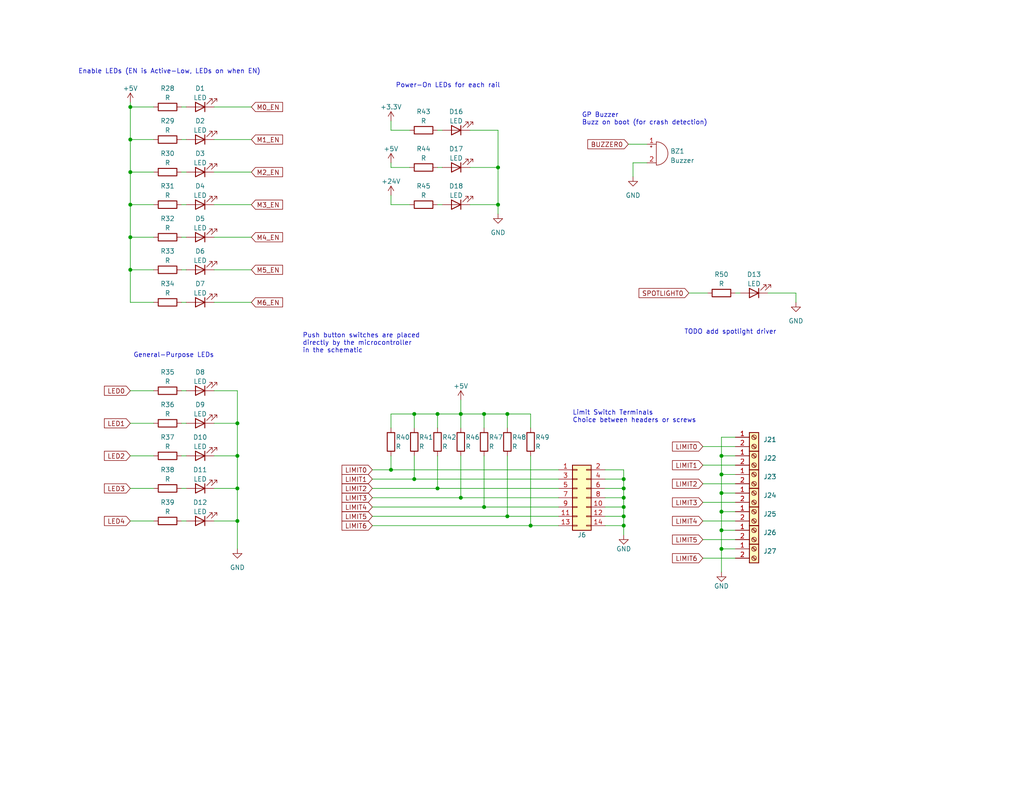
<source format=kicad_sch>
(kicad_sch (version 20230121) (generator eeschema)
  (paper "USLetter")
  (lib_symbols
    (symbol "Connector:Screw_Terminal_01x02" (pin_names (offset 1.016) hide)
      (property "Reference" "J" (at 0 2.54 0))
      (property "Value" "Screw_Terminal_01x02" (at 0 -5.08 0))
      (symbol "Screw_Terminal_01x02_1_1"
        (rectangle (start -1.27 1.27) (end 1.27 -3.81) (stroke (width 0.254)) (fill (type background)))
        (circle (center 0 -2.54) (radius 0.635) (stroke (width 0.1524)))
        (polyline (pts (xy -0.5334 -2.2098) (xy 0.3302 -3.048)) (stroke (width 0.1524)))
        (polyline (pts (xy -0.5334 0.3302) (xy 0.3302 -0.508)) (stroke (width 0.1524)))
        (polyline (pts (xy -0.3556 -2.032) (xy 0.508 -2.8702)) (stroke (width 0.1524)))
        (polyline (pts (xy -0.3556 0.508) (xy 0.508 -0.3302)) (stroke (width 0.1524)))
        (circle (center 0 0) (radius 0.635) (stroke (width 0.1524)))
        (pin passive line (at -5.08 0 0) (length 3.81) (name "Pin_1") (number "1"))
        (pin passive line (at -5.08 -2.54 0) (length 3.81) (name "Pin_2") (number "2"))
      )
    )
    (symbol "Connector_Generic:Conn_02x07_Odd_Even" (pin_names (offset 1.016) hide)
      (property "Reference" "J" (at 1.27 10.16 0))
      (property "Value" "Conn_02x07_Odd_Even" (at 1.27 -10.16 0))
      (symbol "Conn_02x07_Odd_Even_1_1"
        (rectangle (start -1.27 -7.493) (end 0 -7.747) (stroke (width 0.1524)))
        (rectangle (start -1.27 -4.953) (end 0 -5.207) (stroke (width 0.1524)))
        (rectangle (start -1.27 -2.413) (end 0 -2.667) (stroke (width 0.1524)))
        (rectangle (start -1.27 0.127) (end 0 -0.127) (stroke (width 0.1524)))
        (rectangle (start -1.27 2.667) (end 0 2.413) (stroke (width 0.1524)))
        (rectangle (start -1.27 5.207) (end 0 4.953) (stroke (width 0.1524)))
        (rectangle (start -1.27 7.747) (end 0 7.493) (stroke (width 0.1524)))
        (rectangle (start -1.27 8.89) (end 3.81 -8.89) (stroke (width 0.254)) (fill (type background)))
        (rectangle (start 3.81 -7.493) (end 2.54 -7.747) (stroke (width 0.1524)))
        (rectangle (start 3.81 -4.953) (end 2.54 -5.207) (stroke (width 0.1524)))
        (rectangle (start 3.81 -2.413) (end 2.54 -2.667) (stroke (width 0.1524)))
        (rectangle (start 3.81 0.127) (end 2.54 -0.127) (stroke (width 0.1524)))
        (rectangle (start 3.81 2.667) (end 2.54 2.413) (stroke (width 0.1524)))
        (rectangle (start 3.81 5.207) (end 2.54 4.953) (stroke (width 0.1524)))
        (rectangle (start 3.81 7.747) (end 2.54 7.493) (stroke (width 0.1524)))
        (pin passive line (at -5.08 7.62 0) (length 3.81) (name "Pin_1") (number "1"))
        (pin passive line (at 7.62 -2.54 180) (length 3.81) (name "Pin_10") (number "10"))
        (pin passive line (at -5.08 -5.08 0) (length 3.81) (name "Pin_11") (number "11"))
        (pin passive line (at 7.62 -5.08 180) (length 3.81) (name "Pin_12") (number "12"))
        (pin passive line (at -5.08 -7.62 0) (length 3.81) (name "Pin_13") (number "13"))
        (pin passive line (at 7.62 -7.62 180) (length 3.81) (name "Pin_14") (number "14"))
        (pin passive line (at 7.62 7.62 180) (length 3.81) (name "Pin_2") (number "2"))
        (pin passive line (at -5.08 5.08 0) (length 3.81) (name "Pin_3") (number "3"))
        (pin passive line (at 7.62 5.08 180) (length 3.81) (name "Pin_4") (number "4"))
        (pin passive line (at -5.08 2.54 0) (length 3.81) (name "Pin_5") (number "5"))
        (pin passive line (at 7.62 2.54 180) (length 3.81) (name "Pin_6") (number "6"))
        (pin passive line (at -5.08 0 0) (length 3.81) (name "Pin_7") (number "7"))
        (pin passive line (at 7.62 0 180) (length 3.81) (name "Pin_8") (number "8"))
        (pin passive line (at -5.08 -2.54 0) (length 3.81) (name "Pin_9") (number "9"))
      )
    )
    (symbol "Device:Buzzer" (pin_names (offset 0.0254) hide)
      (property "Reference" "BZ" (at 3.81 1.27 0))
      (property "Value" "Buzzer" (at 3.81 -1.27 0))
      (symbol "Buzzer_0_1"
        (arc (start 0 -3.175) (mid 3.1612 0) (end 0 3.175))
        (polyline (pts (xy -1.651 1.905) (xy -1.143 1.905)))
        (polyline (pts (xy -1.397 2.159) (xy -1.397 1.651)))
        (polyline (pts (xy 0 3.175) (xy 0 -3.175)))
      )
      (symbol "Buzzer_1_1"
        (pin passive line (at -2.54 2.54 0) (length 2.54) (name "-") (number "1"))
        (pin passive line (at -2.54 -2.54 0) (length 2.54) (name "+") (number "2"))
      )
    )
    (symbol "Device:LED" (pin_numbers hide) (pin_names (offset 1.016) hide)
      (property "Reference" "D" (at 0 2.54 0))
      (property "Value" "LED" (at 0 -2.54 0))
      (symbol "LED_0_1"
        (polyline (pts (xy -1.27 -1.27) (xy -1.27 1.27)) (stroke (width 0.254)))
        (polyline (pts (xy -1.27 0) (xy 1.27 0)))
        (polyline (pts (xy 1.27 -1.27) (xy 1.27 1.27) (xy -1.27 0) (xy 1.27 -1.27)) (stroke (width 0.254)))
        (polyline (pts (xy -3.048 -0.762) (xy -4.572 -2.286) (xy -3.81 -2.286) (xy -4.572 -2.286) (xy -4.572 -1.524)))
        (polyline (pts (xy -1.778 -0.762) (xy -3.302 -2.286) (xy -2.54 -2.286) (xy -3.302 -2.286) (xy -3.302 -1.524)))
      )
      (symbol "LED_1_1"
        (pin passive line (at -3.81 0 0) (length 2.54) (name "K") (number "1"))
        (pin passive line (at 3.81 0 180) (length 2.54) (name "A") (number "2"))
      )
    )
    (symbol "Device:R" (pin_numbers hide) (pin_names (offset 0))
      (property "Reference" "R" (at 2.032 0 90))
      (property "Value" "R" (at 0 0 90))
      (symbol "R_0_1"
        (rectangle (start -1.016 -2.54) (end 1.016 2.54) (stroke (width 0.254)))
      )
      (symbol "R_1_1"
        (pin passive line (at 0 3.81 270) (length 1.27) (name "~") (number "1"))
        (pin passive line (at 0 -3.81 90) (length 1.27) (name "~") (number "2"))
      )
    )
    (symbol "power:+24V" (power) (pin_names (offset 0))
      (property "Value" "+24V" (at 0 3.556 0))
      (symbol "+24V_0_1"
        (polyline (pts (xy -0.762 1.27) (xy 0 2.54)))
        (polyline (pts (xy 0 0) (xy 0 2.54)))
        (polyline (pts (xy 0 2.54) (xy 0.762 1.27)))
      )
      (symbol "+24V_1_1"
        (pin power_in line (at 0 0 90) (length 0) hide (name "+24V") (number "1"))
      )
    )
    (symbol "power:+3.3V" (power) (pin_names (offset 0))
      (property "Value" "+3.3V" (at 0 3.556 0))
      (symbol "+3.3V_0_1"
        (polyline (pts (xy -0.762 1.27) (xy 0 2.54)))
        (polyline (pts (xy 0 0) (xy 0 2.54)))
        (polyline (pts (xy 0 2.54) (xy 0.762 1.27)))
      )
      (symbol "+3.3V_1_1"
        (pin power_in line (at 0 0 90) (length 0) hide (name "+3.3V") (number "1"))
      )
    )
    (symbol "power:+5V" (power) (pin_names (offset 0))
      (property "Value" "+5V" (at 0 3.556 0))
      (symbol "+5V_0_1"
        (polyline (pts (xy -0.762 1.27) (xy 0 2.54)))
        (polyline (pts (xy 0 0) (xy 0 2.54)))
        (polyline (pts (xy 0 2.54) (xy 0.762 1.27)))
      )
      (symbol "+5V_1_1"
        (pin power_in line (at 0 0 90) (length 0) hide (name "+5V") (number "1"))
      )
    )
    (symbol "power:GND" (power) (pin_names (offset 0))
      (property "Value" "GND" (at 0 -3.81 0))
      (symbol "GND_0_1"
        (polyline (pts (xy 0 0) (xy 0 -1.27) (xy 1.27 -1.27) (xy 0 -2.54) (xy -1.27 -1.27) (xy 0 -1.27)))
      )
      (symbol "GND_1_1"
        (pin power_in line (at 0 0 270) (length 0) hide (name "GND") (number "1"))
      )
    )
  )
  (junction (at 35.56 29.21))
  (junction (at 106.68 128.27))
  (junction (at 196.85 124.46))
  (junction (at 119.38 113.03))
  (junction (at 196.85 149.86))
  (junction (at 196.85 139.7))
  (junction (at 170.18 143.51))
  (junction (at 132.08 138.43))
  (junction (at 170.18 140.97))
  (junction (at 135.89 45.72))
  (junction (at 135.89 55.88))
  (junction (at 196.85 129.54))
  (junction (at 196.85 144.78))
  (junction (at 125.73 135.89))
  (junction (at 35.56 46.99))
  (junction (at 132.08 113.03))
  (junction (at 35.56 38.1))
  (junction (at 144.78 143.51))
  (junction (at 170.18 138.43))
  (junction (at 170.18 133.35))
  (junction (at 138.43 113.03))
  (junction (at 64.77 124.46))
  (junction (at 35.56 73.66))
  (junction (at 113.03 113.03))
  (junction (at 35.56 64.77))
  (junction (at 64.77 133.35))
  (junction (at 170.18 135.89))
  (junction (at 138.43 140.97))
  (junction (at 125.73 113.03))
  (junction (at 196.85 134.62))
  (junction (at 119.38 133.35))
  (junction (at 64.77 142.24))
  (junction (at 64.77 115.57))
  (junction (at 170.18 130.81))
  (junction (at 35.56 55.88))
  (junction (at 113.03 130.81))
  (wire (pts (xy 138.43 124.46) (xy 138.43 140.97)))
  (wire (pts (xy 35.56 142.24) (xy 41.91 142.24)))
  (wire (pts (xy 170.18 135.89) (xy 170.18 133.35)))
  (wire (pts (xy 165.1 130.81) (xy 170.18 130.81)))
  (wire (pts (xy 170.18 143.51) (xy 170.18 140.97)))
  (wire (pts (xy 125.73 113.03) (xy 125.73 116.84)))
  (wire (pts (xy 58.42 64.77) (xy 68.58 64.77)))
  (wire (pts (xy 49.53 106.68) (xy 50.8 106.68)))
  (wire (pts (xy 132.08 138.43) (xy 152.4 138.43)))
  (wire (pts (xy 49.53 46.99) (xy 50.8 46.99)))
  (wire (pts (xy 35.56 46.99) (xy 41.91 46.99)))
  (wire (pts (xy 128.27 35.56) (xy 135.89 35.56)))
  (wire (pts (xy 196.85 144.78) (xy 196.85 149.86)))
  (wire (pts (xy 196.85 129.54) (xy 196.85 134.62)))
  (wire (pts (xy 172.72 44.45) (xy 176.53 44.45)))
  (wire (pts (xy 138.43 140.97) (xy 152.4 140.97)))
  (wire (pts (xy 196.85 124.46) (xy 200.66 124.46)))
  (wire (pts (xy 138.43 113.03) (xy 138.43 116.84)))
  (wire (pts (xy 191.77 127) (xy 200.66 127)))
  (wire (pts (xy 191.77 121.92) (xy 200.66 121.92)))
  (wire (pts (xy 128.27 55.88) (xy 135.89 55.88)))
  (wire (pts (xy 170.18 130.81) (xy 170.18 128.27)))
  (wire (pts (xy 125.73 109.22) (xy 125.73 113.03)))
  (wire (pts (xy 58.42 82.55) (xy 68.58 82.55)))
  (wire (pts (xy 58.42 124.46) (xy 64.77 124.46)))
  (wire (pts (xy 35.56 73.66) (xy 41.91 73.66)))
  (wire (pts (xy 170.18 146.05) (xy 170.18 143.51)))
  (wire (pts (xy 144.78 113.03) (xy 144.78 116.84)))
  (wire (pts (xy 106.68 33.02) (xy 106.68 35.56)))
  (wire (pts (xy 35.56 27.94) (xy 35.56 29.21)))
  (wire (pts (xy 58.42 115.57) (xy 64.77 115.57)))
  (wire (pts (xy 165.1 133.35) (xy 170.18 133.35)))
  (wire (pts (xy 35.56 64.77) (xy 35.56 73.66)))
  (wire (pts (xy 196.85 156.21) (xy 196.85 149.86)))
  (wire (pts (xy 196.85 139.7) (xy 196.85 144.78)))
  (wire (pts (xy 170.18 138.43) (xy 170.18 135.89)))
  (wire (pts (xy 58.42 142.24) (xy 64.77 142.24)))
  (wire (pts (xy 106.68 35.56) (xy 111.76 35.56)))
  (wire (pts (xy 106.68 44.45) (xy 106.68 45.72)))
  (wire (pts (xy 132.08 113.03) (xy 132.08 116.84)))
  (wire (pts (xy 135.89 35.56) (xy 135.89 45.72)))
  (wire (pts (xy 35.56 55.88) (xy 41.91 55.88)))
  (wire (pts (xy 58.42 133.35) (xy 64.77 133.35)))
  (wire (pts (xy 64.77 115.57) (xy 64.77 124.46)))
  (wire (pts (xy 106.68 113.03) (xy 113.03 113.03)))
  (wire (pts (xy 64.77 133.35) (xy 64.77 142.24)))
  (wire (pts (xy 101.6 135.89) (xy 125.73 135.89)))
  (wire (pts (xy 101.6 133.35) (xy 119.38 133.35)))
  (wire (pts (xy 135.89 55.88) (xy 135.89 58.42)))
  (wire (pts (xy 200.66 139.7) (xy 196.85 139.7)))
  (wire (pts (xy 35.56 64.77) (xy 41.91 64.77)))
  (wire (pts (xy 200.66 152.4) (xy 191.77 152.4)))
  (wire (pts (xy 35.56 106.68) (xy 41.91 106.68)))
  (wire (pts (xy 196.85 129.54) (xy 200.66 129.54)))
  (wire (pts (xy 35.56 29.21) (xy 41.91 29.21)))
  (wire (pts (xy 49.53 64.77) (xy 50.8 64.77)))
  (wire (pts (xy 58.42 73.66) (xy 68.58 73.66)))
  (wire (pts (xy 196.85 124.46) (xy 196.85 129.54)))
  (wire (pts (xy 144.78 143.51) (xy 152.4 143.51)))
  (wire (pts (xy 41.91 82.55) (xy 35.56 82.55)))
  (wire (pts (xy 171.45 39.37) (xy 176.53 39.37)))
  (wire (pts (xy 170.18 140.97) (xy 170.18 138.43)))
  (wire (pts (xy 106.68 128.27) (xy 152.4 128.27)))
  (wire (pts (xy 106.68 53.34) (xy 106.68 55.88)))
  (wire (pts (xy 196.85 134.62) (xy 196.85 139.7)))
  (wire (pts (xy 165.1 138.43) (xy 170.18 138.43)))
  (wire (pts (xy 106.68 55.88) (xy 111.76 55.88)))
  (wire (pts (xy 144.78 124.46) (xy 144.78 143.51)))
  (wire (pts (xy 172.72 48.26) (xy 172.72 44.45)))
  (wire (pts (xy 209.55 80.01) (xy 217.17 80.01)))
  (wire (pts (xy 113.03 113.03) (xy 119.38 113.03)))
  (wire (pts (xy 165.1 135.89) (xy 170.18 135.89)))
  (wire (pts (xy 125.73 135.89) (xy 152.4 135.89)))
  (wire (pts (xy 101.6 138.43) (xy 132.08 138.43)))
  (wire (pts (xy 101.6 128.27) (xy 106.68 128.27)))
  (wire (pts (xy 196.85 119.38) (xy 196.85 124.46)))
  (wire (pts (xy 165.1 140.97) (xy 170.18 140.97)))
  (wire (pts (xy 49.53 115.57) (xy 50.8 115.57)))
  (wire (pts (xy 58.42 38.1) (xy 68.58 38.1)))
  (wire (pts (xy 106.68 116.84) (xy 106.68 113.03)))
  (wire (pts (xy 101.6 140.97) (xy 138.43 140.97)))
  (wire (pts (xy 58.42 55.88) (xy 68.58 55.88)))
  (wire (pts (xy 217.17 80.01) (xy 217.17 82.55)))
  (wire (pts (xy 132.08 124.46) (xy 132.08 138.43)))
  (wire (pts (xy 138.43 113.03) (xy 144.78 113.03)))
  (wire (pts (xy 58.42 106.68) (xy 64.77 106.68)))
  (wire (pts (xy 125.73 124.46) (xy 125.73 135.89)))
  (wire (pts (xy 196.85 134.62) (xy 200.66 134.62)))
  (wire (pts (xy 191.77 142.24) (xy 200.66 142.24)))
  (wire (pts (xy 113.03 130.81) (xy 152.4 130.81)))
  (wire (pts (xy 35.56 38.1) (xy 35.56 46.99)))
  (wire (pts (xy 106.68 124.46) (xy 106.68 128.27)))
  (wire (pts (xy 101.6 130.81) (xy 113.03 130.81)))
  (wire (pts (xy 119.38 133.35) (xy 152.4 133.35)))
  (wire (pts (xy 64.77 142.24) (xy 64.77 149.86)))
  (wire (pts (xy 135.89 45.72) (xy 135.89 55.88)))
  (wire (pts (xy 125.73 113.03) (xy 132.08 113.03)))
  (wire (pts (xy 35.56 124.46) (xy 41.91 124.46)))
  (wire (pts (xy 35.56 38.1) (xy 41.91 38.1)))
  (wire (pts (xy 35.56 133.35) (xy 41.91 133.35)))
  (wire (pts (xy 49.53 29.21) (xy 50.8 29.21)))
  (wire (pts (xy 101.6 143.51) (xy 144.78 143.51)))
  (wire (pts (xy 49.53 82.55) (xy 50.8 82.55)))
  (wire (pts (xy 49.53 133.35) (xy 50.8 133.35)))
  (wire (pts (xy 132.08 113.03) (xy 138.43 113.03)))
  (wire (pts (xy 35.56 55.88) (xy 35.56 64.77)))
  (wire (pts (xy 49.53 73.66) (xy 50.8 73.66)))
  (wire (pts (xy 49.53 124.46) (xy 50.8 124.46)))
  (wire (pts (xy 196.85 149.86) (xy 200.66 149.86)))
  (wire (pts (xy 119.38 124.46) (xy 119.38 133.35)))
  (wire (pts (xy 58.42 29.21) (xy 68.58 29.21)))
  (wire (pts (xy 49.53 38.1) (xy 50.8 38.1)))
  (wire (pts (xy 35.56 29.21) (xy 35.56 38.1)))
  (wire (pts (xy 113.03 124.46) (xy 113.03 130.81)))
  (wire (pts (xy 170.18 128.27) (xy 165.1 128.27)))
  (wire (pts (xy 35.56 73.66) (xy 35.56 82.55)))
  (wire (pts (xy 170.18 133.35) (xy 170.18 130.81)))
  (wire (pts (xy 35.56 46.99) (xy 35.56 55.88)))
  (wire (pts (xy 200.66 80.01) (xy 201.93 80.01)))
  (wire (pts (xy 35.56 115.57) (xy 41.91 115.57)))
  (wire (pts (xy 119.38 113.03) (xy 125.73 113.03)))
  (wire (pts (xy 165.1 143.51) (xy 170.18 143.51)))
  (wire (pts (xy 64.77 124.46) (xy 64.77 133.35)))
  (wire (pts (xy 113.03 113.03) (xy 113.03 116.84)))
  (wire (pts (xy 128.27 45.72) (xy 135.89 45.72)))
  (wire (pts (xy 106.68 45.72) (xy 111.76 45.72)))
  (wire (pts (xy 64.77 106.68) (xy 64.77 115.57)))
  (wire (pts (xy 200.66 119.38) (xy 196.85 119.38)))
  (wire (pts (xy 49.53 55.88) (xy 50.8 55.88)))
  (wire (pts (xy 119.38 45.72) (xy 120.65 45.72)))
  (wire (pts (xy 119.38 55.88) (xy 120.65 55.88)))
  (wire (pts (xy 200.66 144.78) (xy 196.85 144.78)))
  (wire (pts (xy 187.96 80.01) (xy 193.04 80.01)))
  (wire (pts (xy 119.38 113.03) (xy 119.38 116.84)))
  (wire (pts (xy 119.38 35.56) (xy 120.65 35.56)))
  (wire (pts (xy 191.77 132.08) (xy 200.66 132.08)))
  (wire (pts (xy 191.77 147.32) (xy 200.66 147.32)))
  (wire (pts (xy 49.53 142.24) (xy 50.8 142.24)))
  (wire (pts (xy 58.42 46.99) (xy 68.58 46.99)))
  (wire (pts (xy 191.77 137.16) (xy 200.66 137.16)))
  (text "Push button switches are placed\ndirectly by the microcontroller\nin the schematic" (at 82.55 96.52 0) (effects (font (size 1.27 1.27)) (justify left bottom)))
  (text "Power-On LEDs for each rail" (at 107.95 24.13 0) (effects (font (size 1.27 1.27)) (justify left bottom)))
  (text "TODO add spotlight driver\n" (at 186.69 91.44 0) (effects (font (size 1.27 1.27)) (justify left bottom)))
  (text "Limit Switch Terminals\nChoice between headers or screws" (at 156.21 115.57 0) (effects (font (size 1.27 1.27)) (justify left bottom)))
  (text "GP Buzzer\nBuzz on boot (for crash detection)" (at 158.75 34.29 0) (effects (font (size 1.27 1.27)) (justify left bottom)))
  (text "General-Purpose LEDs" (at 58.42 97.79 0) (effects (font (size 1.27 1.27)) (justify right bottom)))
  (text "Enable LEDs (EN is Active-Low, LEDs on when EN)" (at 71.12 20.32 0) (effects (font (size 1.27 1.27)) (justify right bottom)))
  (global_label "M6_EN" (shape input) (at 68.58 82.55 0) (property "Intersheetrefs" "${INTERSHEET_REFS}" (effects hide)))
  (global_label "LIMIT5" (shape input) (at 191.77 147.32 180) (property "Intersheetrefs" "${INTERSHEET_REFS}" (effects hide)))
  (global_label "LIMIT6" (shape input) (at 191.77 152.4 180) (property "Intersheetrefs" "${INTERSHEET_REFS}" (effects hide)))
  (global_label "M2_EN" (shape input) (at 68.58 46.99 0) (property "Intersheetrefs" "${INTERSHEET_REFS}" (effects hide)))
  (global_label "LED2" (shape input) (at 35.56 124.46 180) (property "Intersheetrefs" "${INTERSHEET_REFS}" (effects hide)))
  (global_label "LED0" (shape input) (at 35.56 106.68 180) (property "Intersheetrefs" "${INTERSHEET_REFS}" (effects hide)))
  (global_label "SPOTLIGHT0" (shape input) (at 187.96 80.01 180) (property "Intersheetrefs" "${INTERSHEET_REFS}" (effects hide)))
  (global_label "BUZZER0" (shape input) (at 171.45 39.37 180) (property "Intersheetrefs" "${INTERSHEET_REFS}" (effects hide)))
  (global_label "LIMIT5" (shape input) (at 101.6 140.97 180) (property "Intersheetrefs" "${INTERSHEET_REFS}" (effects hide)))
  (global_label "LIMIT4" (shape input) (at 191.77 142.24 180) (property "Intersheetrefs" "${INTERSHEET_REFS}" (effects hide)))
  (global_label "LIMIT3" (shape input) (at 101.6 135.89 180) (property "Intersheetrefs" "${INTERSHEET_REFS}" (effects hide)))
  (global_label "LED1" (shape input) (at 35.56 115.57 180) (property "Intersheetrefs" "${INTERSHEET_REFS}" (effects hide)))
  (global_label "LIMIT1" (shape input) (at 101.6 130.81 180) (property "Intersheetrefs" "${INTERSHEET_REFS}" (effects hide)))
  (global_label "LIMIT0" (shape input) (at 101.6 128.27 180) (property "Intersheetrefs" "${INTERSHEET_REFS}" (effects hide)))
  (global_label "M0_EN" (shape input) (at 68.58 29.21 0) (property "Intersheetrefs" "${INTERSHEET_REFS}" (effects hide)))
  (global_label "LIMIT2" (shape input) (at 101.6 133.35 180) (property "Intersheetrefs" "${INTERSHEET_REFS}" (effects hide)))
  (global_label "LIMIT4" (shape input) (at 101.6 138.43 180) (property "Intersheetrefs" "${INTERSHEET_REFS}" (effects hide)))
  (global_label "LED4" (shape input) (at 35.56 142.24 180) (property "Intersheetrefs" "${INTERSHEET_REFS}" (effects hide)))
  (global_label "M4_EN" (shape input) (at 68.58 64.77 0) (property "Intersheetrefs" "${INTERSHEET_REFS}" (effects hide)))
  (global_label "M5_EN" (shape input) (at 68.58 73.66 0) (property "Intersheetrefs" "${INTERSHEET_REFS}" (effects hide)))
  (global_label "LIMIT0" (shape input) (at 191.77 121.92 180) (property "Intersheetrefs" "${INTERSHEET_REFS}" (effects hide)))
  (global_label "LIMIT1" (shape input) (at 191.77 127 180) (property "Intersheetrefs" "${INTERSHEET_REFS}" (effects hide)))
  (global_label "M1_EN" (shape input) (at 68.58 38.1 0) (property "Intersheetrefs" "${INTERSHEET_REFS}" (effects hide)))
  (global_label "LIMIT6" (shape input) (at 101.6 143.51 180) (property "Intersheetrefs" "${INTERSHEET_REFS}" (effects hide)))
  (global_label "LED3" (shape input) (at 35.56 133.35 180) (property "Intersheetrefs" "${INTERSHEET_REFS}" (effects hide)))
  (global_label "LIMIT3" (shape input) (at 191.77 137.16 180) (property "Intersheetrefs" "${INTERSHEET_REFS}" (effects hide)))
  (global_label "M3_EN" (shape input) (at 68.58 55.88 0) (property "Intersheetrefs" "${INTERSHEET_REFS}" (effects hide)))
  (global_label "LIMIT2" (shape input) (at 191.77 132.08 180) (property "Intersheetrefs" "${INTERSHEET_REFS}" (effects hide)))
  (symbol (lib_id "Connector_Generic:Conn_02x07_Odd_Even") (at 157.48 135.89 0) (unit 1)
    (property "Reference" "J6" (at 158.75 146.05 0))
    (property "Value" "Conn_02x07_Counter_Clockwise" (effects hide))
    (property "Footprint" "Connector_PinHeader_2.54mm:PinHeader_2x07_P2.54mm_Vertical" (effects hide))
  )
  (symbol (lib_id "power:+5V") (at 35.56 27.94 0) (unit 1)
    (property "Reference" "#PWR070" (effects hide))
    (property "Value" "+5V" (at 35.56 24.13 0))
  )
  (symbol (lib_id "Device:R") (at 45.72 46.99 90) (unit 1)
    (property "Reference" "R30" (at 45.72 41.91 90))
    (property "Value" "R" (at 45.72 44.45 90))
    (property "Footprint" "Resistor_SMD:R_1206_3216Metric_Pad1.30x1.75mm_HandSolder" (effects hide))
  )
  (symbol (lib_id "Device:LED") (at 54.61 46.99 180) (unit 1)
    (property "Reference" "D3" (at 54.61 41.91 0))
    (property "Value" "LED" (at 54.61 44.45 0))
    (property "Footprint" "LED_SMD:LED_1206_3216Metric_Pad1.42x1.75mm_HandSolder" (effects hide))
  )
  (symbol (lib_id "power:GND") (at 135.89 58.42 0) (unit 1)
    (property "Reference" "#PWR075" (effects hide))
    (property "Value" "GND" (at 135.89 63.5 0))
  )
  (symbol (lib_id "Device:R") (at 45.72 115.57 90) (unit 1)
    (property "Reference" "R36" (at 45.72 110.49 90))
    (property "Value" "R" (at 45.72 113.03 90))
    (property "Footprint" "Resistor_SMD:R_1206_3216Metric_Pad1.30x1.75mm_HandSolder" (effects hide))
  )
  (symbol (lib_id "Device:LED") (at 54.61 142.24 180) (unit 1)
    (property "Reference" "D12" (at 54.61 137.16 0))
    (property "Value" "LED" (at 54.61 139.7 0))
    (property "Footprint" "LED_SMD:LED_1206_3216Metric_Pad1.42x1.75mm_HandSolder" (effects hide))
  )
  (symbol (lib_id "power:GND") (at 170.18 146.05 0) (unit 1)
    (property "Reference" "#PWR08" (effects hide))
    (property "Value" "GND" (at 170.18 149.86 0))
  )
  (symbol (lib_id "Device:R") (at 45.72 124.46 90) (unit 1)
    (property "Reference" "R37" (at 45.72 119.38 90))
    (property "Value" "R" (at 45.72 121.92 90))
    (property "Footprint" "Resistor_SMD:R_1206_3216Metric_Pad1.30x1.75mm_HandSolder" (effects hide))
  )
  (symbol (lib_id "Device:R") (at 125.73 120.65 0) (unit 1)
    (property "Reference" "R46" (at 127 119.38 0) (effects (justify left)))
    (property "Value" "R" (at 127 121.92 0) (effects (justify left)))
    (property "Footprint" "Resistor_SMD:R_1206_3216Metric_Pad1.30x1.75mm_HandSolder" (effects hide))
  )
  (symbol (lib_id "Device:R") (at 45.72 73.66 90) (unit 1)
    (property "Reference" "R33" (at 45.72 68.58 90))
    (property "Value" "R" (at 45.72 71.12 90))
    (property "Footprint" "Resistor_SMD:R_1206_3216Metric_Pad1.30x1.75mm_HandSolder" (effects hide))
  )
  (symbol (lib_id "Device:R") (at 45.72 106.68 90) (unit 1)
    (property "Reference" "R35" (at 45.72 101.6 90))
    (property "Value" "R" (at 45.72 104.14 90))
    (property "Footprint" "Resistor_SMD:R_1206_3216Metric_Pad1.30x1.75mm_HandSolder" (effects hide))
  )
  (symbol (lib_id "Device:LED") (at 54.61 82.55 180) (unit 1)
    (property "Reference" "D7" (at 54.61 77.47 0))
    (property "Value" "LED" (at 54.61 80.01 0))
    (property "Footprint" "LED_SMD:LED_1206_3216Metric_Pad1.42x1.75mm_HandSolder" (effects hide))
  )
  (symbol (lib_id "Device:R") (at 106.68 120.65 0) (unit 1)
    (property "Reference" "R40" (at 107.95 119.38 0) (effects (justify left)))
    (property "Value" "R" (at 107.95 121.92 0) (effects (justify left)))
    (property "Footprint" "Resistor_SMD:R_1206_3216Metric_Pad1.30x1.75mm_HandSolder" (effects hide))
  )
  (symbol (lib_id "power:GND") (at 64.77 149.86 0) (unit 1)
    (property "Reference" "#PWR071" (effects hide))
    (property "Value" "GND" (at 64.77 154.94 0))
  )
  (symbol (lib_id "Device:LED") (at 124.46 45.72 180) (unit 1)
    (property "Reference" "D17" (at 124.46 40.64 0))
    (property "Value" "LED" (at 124.46 43.18 0))
    (property "Footprint" "LED_SMD:LED_1206_3216Metric_Pad1.42x1.75mm_HandSolder" (effects hide))
  )
  (symbol (lib_id "Device:LED") (at 54.61 38.1 180) (unit 1)
    (property "Reference" "D2" (at 54.61 33.02 0))
    (property "Value" "LED" (at 54.61 35.56 0))
    (property "Footprint" "LED_SMD:LED_1206_3216Metric_Pad1.42x1.75mm_HandSolder" (effects hide))
  )
  (symbol (lib_id "Device:R") (at 115.57 55.88 90) (unit 1)
    (property "Reference" "R45" (at 115.57 50.8 90))
    (property "Value" "R" (at 115.57 53.34 90))
    (property "Footprint" "Resistor_SMD:R_1206_3216Metric_Pad1.30x1.75mm_HandSolder" (effects hide))
  )
  (symbol (lib_id "Device:LED") (at 54.61 55.88 180) (unit 1)
    (property "Reference" "D4" (at 54.61 50.8 0))
    (property "Value" "LED" (at 54.61 53.34 0))
    (property "Footprint" "LED_SMD:LED_1206_3216Metric_Pad1.42x1.75mm_HandSolder" (effects hide))
  )
  (symbol (lib_id "power:GND") (at 217.17 82.55 0) (unit 1)
    (property "Reference" "#PWR078" (effects hide))
    (property "Value" "GND" (at 217.17 87.63 0))
  )
  (symbol (lib_id "Device:Buzzer") (at 179.07 41.91 0) (unit 1)
    (property "Reference" "BZ1" (at 182.88 41.275 0) (effects (justify left)))
    (property "Value" "Buzzer" (at 182.88 43.815 0) (effects (justify left)))
    (property "Footprint" "Buzzer_Beeper:Buzzer_12x9.5RM7.6" (effects hide))
  )
  (symbol (lib_id "Device:R") (at 132.08 120.65 0) (unit 1)
    (property "Reference" "R47" (at 133.35 119.38 0) (effects (justify left)))
    (property "Value" "R" (at 133.35 121.92 0) (effects (justify left)))
    (property "Footprint" "Resistor_SMD:R_1206_3216Metric_Pad1.30x1.75mm_HandSolder" (effects hide))
  )
  (symbol (lib_id "Device:R") (at 138.43 120.65 0) (unit 1)
    (property "Reference" "R48" (at 139.7 119.38 0) (effects (justify left)))
    (property "Value" "R" (at 139.7 121.92 0) (effects (justify left)))
    (property "Footprint" "Resistor_SMD:R_1206_3216Metric_Pad1.30x1.75mm_HandSolder" (effects hide))
  )
  (symbol (lib_id "Connector:Screw_Terminal_01x02") (at 205.74 149.86 0) (unit 1)
    (property "Reference" "J27" (at 208.28 150.495 0) (effects (justify left)))
    (property "Value" "Screw_Terminal_01x02" (effects hide))
    (property "Footprint" "TerminalBlock:TerminalBlock_bornier-2_P5.08mm" (effects hide))
  )
  (symbol (lib_id "Device:R") (at 113.03 120.65 0) (unit 1)
    (property "Reference" "R41" (at 114.3 119.38 0) (effects (justify left)))
    (property "Value" "R" (at 114.3 121.92 0) (effects (justify left)))
    (property "Footprint" "Resistor_SMD:R_1206_3216Metric_Pad1.30x1.75mm_HandSolder" (effects hide))
  )
  (symbol (lib_id "Connector:Screw_Terminal_01x02") (at 205.74 124.46 0) (unit 1)
    (property "Reference" "J22" (at 208.28 125.095 0) (effects (justify left)))
    (property "Value" "Screw_Terminal_01x02" (effects hide))
    (property "Footprint" "TerminalBlock:TerminalBlock_bornier-2_P5.08mm" (effects hide))
  )
  (symbol (lib_id "Device:R") (at 45.72 29.21 90) (unit 1)
    (property "Reference" "R28" (at 45.72 24.13 90))
    (property "Value" "R" (at 45.72 26.67 90))
    (property "Footprint" "Resistor_SMD:R_1206_3216Metric_Pad1.30x1.75mm_HandSolder" (effects hide))
  )
  (symbol (lib_id "Device:R") (at 45.72 142.24 90) (unit 1)
    (property "Reference" "R39" (at 45.72 137.16 90))
    (property "Value" "R" (at 45.72 139.7 90))
    (property "Footprint" "Resistor_SMD:R_1206_3216Metric_Pad1.30x1.75mm_HandSolder" (effects hide))
  )
  (symbol (lib_id "Device:R") (at 45.72 133.35 90) (unit 1)
    (property "Reference" "R38" (at 45.72 128.27 90))
    (property "Value" "R" (at 45.72 130.81 90))
    (property "Footprint" "Resistor_SMD:R_1206_3216Metric_Pad1.30x1.75mm_HandSolder" (effects hide))
  )
  (symbol (lib_id "Device:R") (at 45.72 55.88 90) (unit 1)
    (property "Reference" "R31" (at 45.72 50.8 90))
    (property "Value" "R" (at 45.72 53.34 90))
    (property "Footprint" "Resistor_SMD:R_1206_3216Metric_Pad1.30x1.75mm_HandSolder" (effects hide))
  )
  (symbol (lib_id "Device:R") (at 115.57 35.56 90) (unit 1)
    (property "Reference" "R43" (at 115.57 30.48 90))
    (property "Value" "R" (at 115.57 33.02 90))
    (property "Footprint" "Resistor_SMD:R_1206_3216Metric_Pad1.30x1.75mm_HandSolder" (effects hide))
  )
  (symbol (lib_id "Device:R") (at 196.85 80.01 90) (unit 1)
    (property "Reference" "R50" (at 196.85 74.93 90))
    (property "Value" "R" (at 196.85 77.47 90))
    (property "Footprint" "Resistor_SMD:R_1206_3216Metric_Pad1.30x1.75mm_HandSolder" (effects hide))
  )
  (symbol (lib_id "power:+24V") (at 106.68 53.34 0) (unit 1)
    (property "Reference" "#PWR074" (effects hide))
    (property "Value" "+24V" (at 106.68 49.53 0))
  )
  (symbol (lib_id "Device:R") (at 45.72 38.1 90) (unit 1)
    (property "Reference" "R29" (at 45.72 33.02 90))
    (property "Value" "R" (at 45.72 35.56 90))
    (property "Footprint" "Resistor_SMD:R_1206_3216Metric_Pad1.30x1.75mm_HandSolder" (effects hide))
  )
  (symbol (lib_id "Device:R") (at 115.57 45.72 90) (unit 1)
    (property "Reference" "R44" (at 115.57 40.64 90))
    (property "Value" "R" (at 115.57 43.18 90))
    (property "Footprint" "Resistor_SMD:R_1206_3216Metric_Pad1.30x1.75mm_HandSolder" (effects hide))
  )
  (symbol (lib_id "Device:LED") (at 54.61 64.77 180) (unit 1)
    (property "Reference" "D5" (at 54.61 59.69 0))
    (property "Value" "LED" (at 54.61 62.23 0))
    (property "Footprint" "LED_SMD:LED_1206_3216Metric_Pad1.42x1.75mm_HandSolder" (effects hide))
  )
  (symbol (lib_id "power:+5V") (at 106.68 44.45 0) (unit 1)
    (property "Reference" "#PWR073" (effects hide))
    (property "Value" "+5V" (at 106.68 40.64 0))
  )
  (symbol (lib_id "power:+5V") (at 125.73 109.22 0) (unit 1)
    (property "Reference" "#PWR077" (effects hide))
    (property "Value" "+5V" (at 125.73 105.41 0))
  )
  (symbol (lib_id "Device:LED") (at 54.61 115.57 180) (unit 1)
    (property "Reference" "D9" (at 54.61 110.49 0))
    (property "Value" "LED" (at 54.61 113.03 0))
    (property "Footprint" "LED_SMD:LED_1206_3216Metric_Pad1.42x1.75mm_HandSolder" (effects hide))
  )
  (symbol (lib_id "Connector:Screw_Terminal_01x02") (at 205.74 139.7 0) (unit 1)
    (property "Reference" "J25" (at 208.28 140.335 0) (effects (justify left)))
    (property "Value" "Screw_Terminal_01x02" (effects hide))
    (property "Footprint" "TerminalBlock:TerminalBlock_bornier-2_P5.08mm" (effects hide))
  )
  (symbol (lib_id "Connector:Screw_Terminal_01x02") (at 205.74 129.54 0) (unit 1)
    (property "Reference" "J23" (at 208.28 130.175 0) (effects (justify left)))
    (property "Value" "Screw_Terminal_01x02" (effects hide))
    (property "Footprint" "TerminalBlock:TerminalBlock_bornier-2_P5.08mm" (effects hide))
  )
  (symbol (lib_id "Device:R") (at 45.72 82.55 90) (unit 1)
    (property "Reference" "R34" (at 45.72 77.47 90))
    (property "Value" "R" (at 45.72 80.01 90))
    (property "Footprint" "Resistor_SMD:R_1206_3216Metric_Pad1.30x1.75mm_HandSolder" (effects hide))
  )
  (symbol (lib_id "Device:R") (at 119.38 120.65 0) (unit 1)
    (property "Reference" "R42" (at 120.65 119.38 0) (effects (justify left)))
    (property "Value" "R" (at 120.65 121.92 0) (effects (justify left)))
    (property "Footprint" "Resistor_SMD:R_1206_3216Metric_Pad1.30x1.75mm_HandSolder" (effects hide))
  )
  (symbol (lib_id "Device:R") (at 45.72 64.77 90) (unit 1)
    (property "Reference" "R32" (at 45.72 59.69 90))
    (property "Value" "R" (at 45.72 62.23 90))
    (property "Footprint" "Resistor_SMD:R_1206_3216Metric_Pad1.30x1.75mm_HandSolder" (effects hide))
  )
  (symbol (lib_id "Connector:Screw_Terminal_01x02") (at 205.74 134.62 0) (unit 1)
    (property "Reference" "J24" (at 208.28 135.255 0) (effects (justify left)))
    (property "Value" "Screw_Terminal_01x02" (effects hide))
    (property "Footprint" "TerminalBlock:TerminalBlock_bornier-2_P5.08mm" (effects hide))
  )
  (symbol (lib_id "Device:LED") (at 54.61 133.35 180) (unit 1)
    (property "Reference" "D11" (at 54.61 128.27 0))
    (property "Value" "LED" (at 54.61 130.81 0))
    (property "Footprint" "LED_SMD:LED_1206_3216Metric_Pad1.42x1.75mm_HandSolder" (effects hide))
  )
  (symbol (lib_id "power:GND") (at 196.85 156.21 0) (unit 1)
    (property "Reference" "#PWR08" (effects hide))
    (property "Value" "GND" (at 196.85 160.02 0))
    (instances (project "Arm_PCB" (path "" (reference "#PWR08") (unit 1)) (path "" (reference "#PWR079") (unit 1))))
  )
  (symbol (lib_id "Device:LED") (at 54.61 124.46 180) (unit 1)
    (property "Reference" "D10" (at 54.61 119.38 0))
    (property "Value" "LED" (at 54.61 121.92 0))
    (property "Footprint" "LED_SMD:LED_1206_3216Metric_Pad1.42x1.75mm_HandSolder" (effects hide))
  )
  (symbol (lib_id "Connector:Screw_Terminal_01x02") (at 205.74 119.38 0) (unit 1)
    (property "Reference" "J21" (at 208.28 120.015 0) (effects (justify left)))
    (property "Value" "Screw_Terminal_01x02" (effects hide))
    (property "Footprint" "TerminalBlock:TerminalBlock_bornier-2_P5.08mm" (effects hide))
  )
  (symbol (lib_id "power:GND") (at 172.72 48.26 0) (unit 1)
    (property "Reference" "#PWR076" (effects hide))
    (property "Value" "GND" (at 172.72 53.34 0))
  )
  (symbol (lib_id "power:+3.3V") (at 106.68 33.02 0) (unit 1)
    (property "Reference" "#PWR072" (effects hide))
    (property "Value" "+3.3V" (at 106.68 29.21 0))
  )
  (symbol (lib_id "Device:LED") (at 124.46 55.88 180) (unit 1)
    (property "Reference" "D18" (at 124.46 50.8 0))
    (property "Value" "LED" (at 124.46 53.34 0))
    (property "Footprint" "LED_SMD:LED_1206_3216Metric_Pad1.42x1.75mm_HandSolder" (effects hide))
  )
  (symbol (lib_id "Device:LED") (at 205.74 80.01 180) (unit 1)
    (property "Reference" "D13" (at 205.74 74.93 0))
    (property "Value" "LED" (at 205.74 77.47 0))
    (property "Footprint" "LED_SMD:LED_1206_3216Metric_Pad1.42x1.75mm_HandSolder" (effects hide))
  )
  (symbol (lib_id "Device:R") (at 144.78 120.65 0) (unit 1)
    (property "Reference" "R49" (at 146.05 119.38 0) (effects (justify left)))
    (property "Value" "R" (at 146.05 121.92 0) (effects (justify left)))
    (property "Footprint" "Resistor_SMD:R_1206_3216Metric_Pad1.30x1.75mm_HandSolder" (effects hide))
  )
  (symbol (lib_id "Device:LED") (at 54.61 106.68 180) (unit 1)
    (property "Reference" "D8" (at 54.61 101.6 0))
    (property "Value" "LED" (at 54.61 104.14 0))
    (property "Footprint" "LED_SMD:LED_1206_3216Metric_Pad1.42x1.75mm_HandSolder" (effects hide))
  )
  (symbol (lib_id "Connector:Screw_Terminal_01x02") (at 205.74 144.78 0) (unit 1)
    (property "Reference" "J26" (at 208.28 145.415 0) (effects (justify left)))
    (property "Value" "Screw_Terminal_01x02" (effects hide))
    (property "Footprint" "TerminalBlock:TerminalBlock_bornier-2_P5.08mm" (effects hide))
  )
  (symbol (lib_id "Device:LED") (at 54.61 29.21 180) (unit 1)
    (property "Reference" "D1" (at 54.61 24.13 0))
    (property "Value" "LED" (at 54.61 26.67 0))
    (property "Footprint" "LED_SMD:LED_1206_3216Metric_Pad1.42x1.75mm_HandSolder" (effects hide))
  )
  (symbol (lib_id "Device:LED") (at 54.61 73.66 180) (unit 1)
    (property "Reference" "D6" (at 54.61 68.58 0))
    (property "Value" "LED" (at 54.61 71.12 0))
    (property "Footprint" "LED_SMD:LED_1206_3216Metric_Pad1.42x1.75mm_HandSolder" (effects hide))
  )
  (symbol (lib_id "Device:LED") (at 124.46 35.56 180) (unit 1)
    (property "Reference" "D16" (at 124.46 30.48 0))
    (property "Value" "LED" (at 124.46 33.02 0))
    (property "Footprint" "LED_SMD:LED_1206_3216Metric_Pad1.42x1.75mm_HandSolder" (effects hide))
  )
)
</source>
